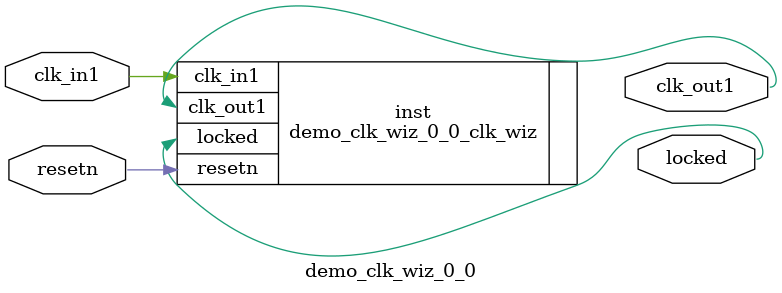
<source format=v>


`timescale 1ps/1ps

(* CORE_GENERATION_INFO = "demo_clk_wiz_0_0,clk_wiz_v5_4_1_0,{component_name=demo_clk_wiz_0_0,use_phase_alignment=true,use_min_o_jitter=false,use_max_i_jitter=false,use_dyn_phase_shift=false,use_inclk_switchover=false,use_dyn_reconfig=false,enable_axi=0,feedback_source=FDBK_AUTO,PRIMITIVE=MMCM,num_out_clk=1,clkin1_period=10.000,clkin2_period=10.000,use_power_down=false,use_reset=true,use_locked=true,use_inclk_stopped=false,feedback_type=SINGLE,CLOCK_MGR_TYPE=NA,manual_override=false}" *)

module demo_clk_wiz_0_0 
 (
  // Clock out ports
  output        clk_out1,
  // Status and control signals
  input         resetn,
  output        locked,
 // Clock in ports
  input         clk_in1
 );

  demo_clk_wiz_0_0_clk_wiz inst
  (
  // Clock out ports  
  .clk_out1(clk_out1),
  // Status and control signals               
  .resetn(resetn), 
  .locked(locked),
 // Clock in ports
  .clk_in1(clk_in1)
  );

endmodule

</source>
